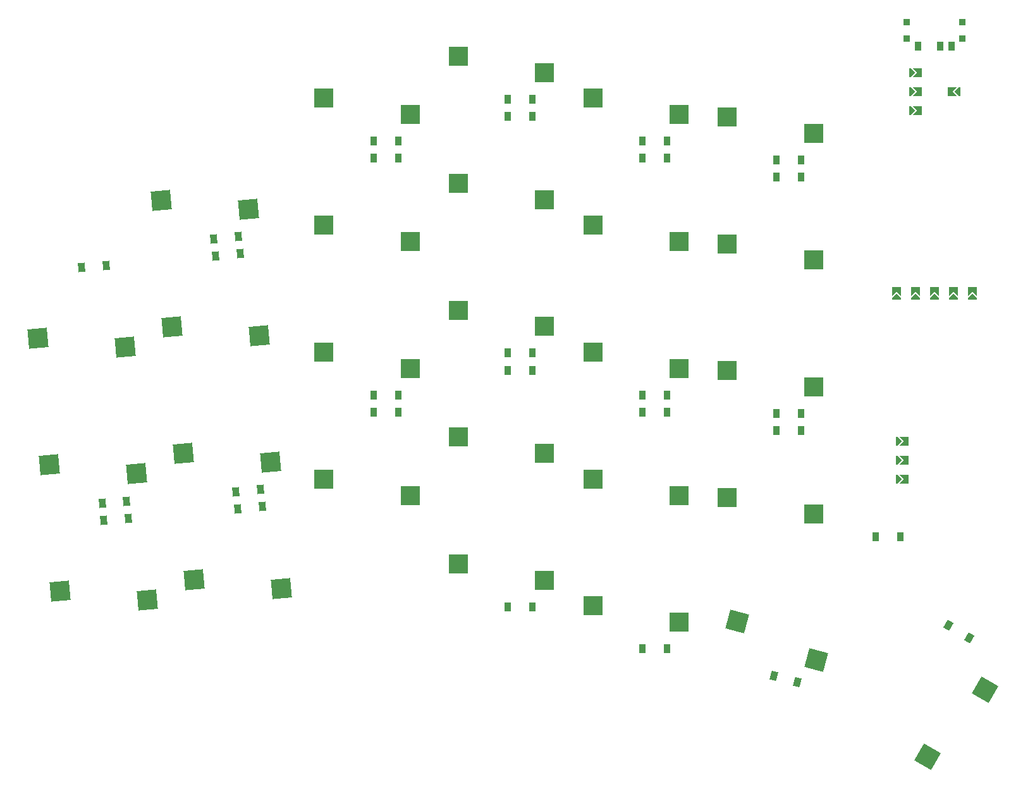
<source format=gbp>
%TF.GenerationSoftware,KiCad,Pcbnew,7.0.10-7.0.10~ubuntu22.04.1*%
%TF.CreationDate,2024-02-09T13:23:23+01:00*%
%TF.ProjectId,keyboard,6b657962-6f61-4726-942e-6b696361645f,v1.0.0*%
%TF.SameCoordinates,Original*%
%TF.FileFunction,Paste,Bot*%
%TF.FilePolarity,Positive*%
%FSLAX46Y46*%
G04 Gerber Fmt 4.6, Leading zero omitted, Abs format (unit mm)*
G04 Created by KiCad (PCBNEW 7.0.10-7.0.10~ubuntu22.04.1) date 2024-02-09 13:23:23*
%MOMM*%
%LPD*%
G01*
G04 APERTURE LIST*
G04 Aperture macros list*
%AMRotRect*
0 Rectangle, with rotation*
0 The origin of the aperture is its center*
0 $1 length*
0 $2 width*
0 $3 Rotation angle, in degrees counterclockwise*
0 Add horizontal line*
21,1,$1,$2,0,0,$3*%
%AMFreePoly0*
4,1,6,0.600000,0.200000,0.000000,-0.400000,-0.600000,0.200000,-0.600000,0.400000,0.600000,0.400000,0.600000,0.200000,0.600000,0.200000,$1*%
%AMFreePoly1*
4,1,6,0.600000,-0.250000,-0.600000,-0.250000,-0.600000,1.000000,0.000000,0.400000,0.600000,1.000000,0.600000,-0.250000,0.600000,-0.250000,$1*%
G04 Aperture macros list end*
%ADD10R,0.900000X0.900000*%
%ADD11R,0.900000X1.250000*%
%ADD12R,2.600000X2.600000*%
%ADD13R,0.900000X1.200000*%
%ADD14RotRect,2.600000X2.600000X185.000000*%
%ADD15FreePoly0,180.000000*%
%ADD16FreePoly1,180.000000*%
%ADD17FreePoly0,90.000000*%
%ADD18FreePoly1,90.000000*%
%ADD19FreePoly0,270.000000*%
%ADD20FreePoly1,270.000000*%
%ADD21RotRect,0.900000X1.200000X5.000000*%
%ADD22RotRect,0.900000X1.200000X345.000000*%
%ADD23RotRect,2.600000X2.600000X240.000000*%
%ADD24RotRect,2.600000X2.600000X165.000000*%
%ADD25RotRect,0.900000X1.200000X330.000000*%
G04 APERTURE END LIST*
D10*
%TO.C,T1*%
X160405700Y-53674001D03*
X160405700Y-55874001D03*
X167805700Y-53674001D03*
X167805700Y-55874001D03*
D11*
X161855700Y-56849001D03*
X164855700Y-56849001D03*
X166355700Y-56849001D03*
%TD*%
D12*
%TO.C,S20*%
X129880692Y-83024008D03*
X118330692Y-80824008D03*
%TD*%
D13*
%TO.C,D20*%
X88955699Y-71874007D03*
X92255699Y-71874007D03*
%TD*%
%TO.C,D26*%
X142955696Y-74374007D03*
X146255696Y-74374007D03*
%TD*%
D12*
%TO.C,S22*%
X147880694Y-119524005D03*
X136330694Y-117324005D03*
%TD*%
D14*
%TO.C,S1*%
X58717281Y-131065088D03*
X47019490Y-129880109D03*
%TD*%
D12*
%TO.C,S9*%
X93880691Y-100024003D03*
X82330691Y-97824003D03*
%TD*%
D13*
%TO.C,D19*%
X88955691Y-105874011D03*
X92255691Y-105874011D03*
%TD*%
%TO.C,D9*%
X124955694Y-137573999D03*
X128255694Y-137573999D03*
%TD*%
D12*
%TO.C,S23*%
X147880690Y-102524001D03*
X136330690Y-100324001D03*
%TD*%
D15*
%TO.C,J16*%
X161565699Y-90382000D03*
D16*
X161565699Y-89366000D03*
%TD*%
D14*
%TO.C,S2*%
X57235642Y-114129777D03*
X45537851Y-112944798D03*
%TD*%
D13*
%TO.C,D22*%
X106955699Y-66264004D03*
X110255699Y-66264004D03*
%TD*%
D12*
%TO.C,S12*%
X111880694Y-128414005D03*
X100330694Y-126214005D03*
%TD*%
%TO.C,S24*%
X147880702Y-85524002D03*
X136330702Y-83324002D03*
%TD*%
D13*
%TO.C,D4*%
X88955699Y-103574005D03*
X92255699Y-103574005D03*
%TD*%
D17*
%TO.C,J7*%
X161097692Y-60424001D03*
D18*
X162113692Y-60424001D03*
%TD*%
D17*
%TO.C,J2*%
X159347698Y-112304005D03*
D18*
X160363698Y-112304005D03*
%TD*%
D19*
%TO.C,J10*%
X167113695Y-62974005D03*
D20*
X166097695Y-62974005D03*
%TD*%
D13*
%TO.C,D8*%
X106955694Y-63964002D03*
X110255694Y-63964002D03*
%TD*%
D21*
%TO.C,D1*%
X52638789Y-118095508D03*
X55926231Y-117807894D03*
%TD*%
D14*
%TO.C,S3*%
X55753989Y-97194466D03*
X44056198Y-96009487D03*
%TD*%
D12*
%TO.C,S10*%
X93880696Y-83024001D03*
X82330696Y-80824001D03*
%TD*%
D14*
%TO.C,S6*%
X73685497Y-95625662D03*
X61987706Y-94440683D03*
%TD*%
D13*
%TO.C,D25*%
X142955694Y-108374009D03*
X146255694Y-108374009D03*
%TD*%
D15*
%TO.C,J15*%
X159025697Y-90382007D03*
D16*
X159025697Y-89366007D03*
%TD*%
D13*
%TO.C,D24*%
X124955695Y-71874001D03*
X128255695Y-71874001D03*
%TD*%
D12*
%TO.C,S16*%
X111880697Y-60414005D03*
X100330697Y-58214005D03*
%TD*%
D13*
%TO.C,D10*%
X124955698Y-103574004D03*
X128255698Y-103574004D03*
%TD*%
%TO.C,D28*%
X156205696Y-122574004D03*
X159505696Y-122574004D03*
%TD*%
D14*
%TO.C,S5*%
X75167142Y-112560968D03*
X63469351Y-111375989D03*
%TD*%
D12*
%TO.C,S8*%
X93880702Y-117024006D03*
X82330702Y-114824006D03*
%TD*%
D17*
%TO.C,J8*%
X161097698Y-62974001D03*
D18*
X162113698Y-62974001D03*
%TD*%
D13*
%TO.C,D6*%
X106955698Y-131963998D03*
X110255698Y-131963998D03*
%TD*%
D22*
%TO.C,D14*%
X142553138Y-141213247D03*
X145740694Y-142067349D03*
%TD*%
D23*
%TO.C,S27*%
X170880794Y-143091640D03*
X163200538Y-151994233D03*
%TD*%
D13*
%TO.C,D23*%
X124955695Y-105874000D03*
X128255695Y-105874000D03*
%TD*%
%TO.C,D12*%
X142955701Y-106074002D03*
X146255701Y-106074002D03*
%TD*%
D12*
%TO.C,S19*%
X129880699Y-100024005D03*
X118330699Y-97824005D03*
%TD*%
%TO.C,S14*%
X111880694Y-94414004D03*
X100330694Y-92214004D03*
%TD*%
%TO.C,S13*%
X111880698Y-111414004D03*
X100330698Y-109214004D03*
%TD*%
%TO.C,S18*%
X129880698Y-117024008D03*
X118330698Y-114824008D03*
%TD*%
D21*
%TO.C,D16*%
X49875945Y-86516140D03*
X53163387Y-86228526D03*
%TD*%
%TO.C,D17*%
X70770747Y-118817960D03*
X74058189Y-118530346D03*
%TD*%
D13*
%TO.C,D13*%
X142955702Y-72074001D03*
X146255702Y-72074001D03*
%TD*%
D12*
%TO.C,S15*%
X111880698Y-77414005D03*
X100330698Y-75214005D03*
%TD*%
%TO.C,S21*%
X129880690Y-66024001D03*
X118330690Y-63824001D03*
%TD*%
D15*
%TO.C,J17*%
X164105695Y-90382002D03*
D16*
X164105695Y-89366002D03*
%TD*%
D21*
%TO.C,D15*%
X52839240Y-120386761D03*
X56126682Y-120099147D03*
%TD*%
D12*
%TO.C,S11*%
X93880698Y-66024002D03*
X82330698Y-63824002D03*
%TD*%
D21*
%TO.C,D2*%
X70570285Y-116526704D03*
X73857727Y-116239090D03*
%TD*%
D24*
%TO.C,S26*%
X148229135Y-139058899D03*
X137642093Y-133944502D03*
%TD*%
D21*
%TO.C,D3*%
X67606995Y-82656078D03*
X70894437Y-82368464D03*
%TD*%
D14*
%TO.C,S7*%
X72203856Y-78690351D03*
X60506065Y-77505372D03*
%TD*%
D25*
%TO.C,D27*%
X165932968Y-134461509D03*
X168790852Y-136111509D03*
%TD*%
D12*
%TO.C,S25*%
X147880694Y-68524002D03*
X136330694Y-66324002D03*
%TD*%
D13*
%TO.C,D21*%
X106955700Y-100264000D03*
X110255700Y-100264000D03*
%TD*%
D14*
%TO.C,S4*%
X76648799Y-129496280D03*
X64951008Y-128311301D03*
%TD*%
D12*
%TO.C,S17*%
X129880699Y-134023999D03*
X118330699Y-131823999D03*
%TD*%
D17*
%TO.C,J9*%
X161097688Y-65523999D03*
D18*
X162113688Y-65523999D03*
%TD*%
D13*
%TO.C,D11*%
X124955699Y-69574006D03*
X128255699Y-69574006D03*
%TD*%
D17*
%TO.C,J3*%
X159347696Y-114844003D03*
D18*
X160363696Y-114844003D03*
%TD*%
D15*
%TO.C,J19*%
X169185693Y-90382002D03*
D16*
X169185693Y-89366002D03*
%TD*%
D13*
%TO.C,D5*%
X88955704Y-69574007D03*
X92255704Y-69574007D03*
%TD*%
D17*
%TO.C,J1*%
X159347701Y-109764009D03*
D18*
X160363701Y-109764009D03*
%TD*%
D13*
%TO.C,D7*%
X106955698Y-97964002D03*
X110255698Y-97964002D03*
%TD*%
D21*
%TO.C,D18*%
X67807446Y-84947330D03*
X71094888Y-84659716D03*
%TD*%
D15*
%TO.C,J18*%
X166645694Y-90382002D03*
D16*
X166645694Y-89366002D03*
%TD*%
M02*

</source>
